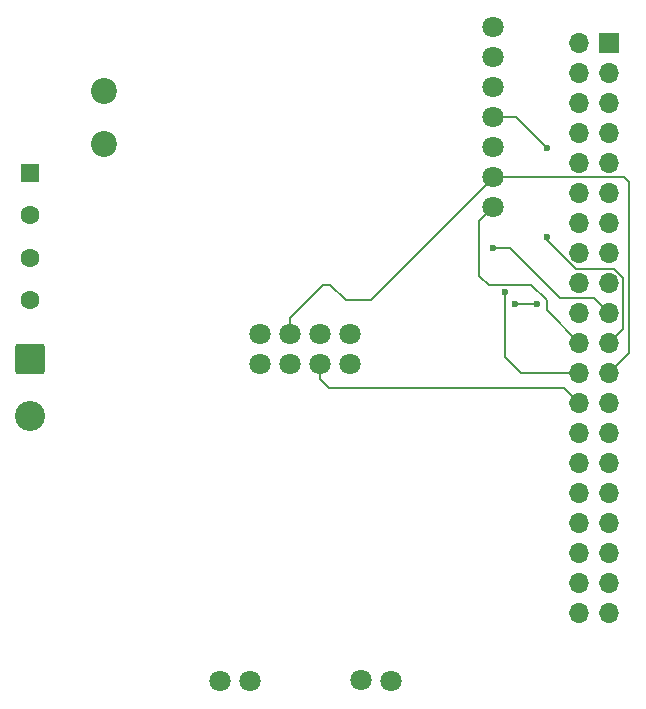
<source format=gbr>
%TF.GenerationSoftware,KiCad,Pcbnew,8.0.8-8.0.8-0~ubuntu24.04.1*%
%TF.CreationDate,2025-02-15T13:26:57-07:00*%
%TF.ProjectId,Main Computer,4d61696e-2043-46f6-9d70-757465722e6b,rev?*%
%TF.SameCoordinates,Original*%
%TF.FileFunction,Copper,L2,Bot*%
%TF.FilePolarity,Positive*%
%FSLAX46Y46*%
G04 Gerber Fmt 4.6, Leading zero omitted, Abs format (unit mm)*
G04 Created by KiCad (PCBNEW 8.0.8-8.0.8-0~ubuntu24.04.1) date 2025-02-15 13:26:57*
%MOMM*%
%LPD*%
G01*
G04 APERTURE LIST*
G04 Aperture macros list*
%AMRoundRect*
0 Rectangle with rounded corners*
0 $1 Rounding radius*
0 $2 $3 $4 $5 $6 $7 $8 $9 X,Y pos of 4 corners*
0 Add a 4 corners polygon primitive as box body*
4,1,4,$2,$3,$4,$5,$6,$7,$8,$9,$2,$3,0*
0 Add four circle primitives for the rounded corners*
1,1,$1+$1,$2,$3*
1,1,$1+$1,$4,$5*
1,1,$1+$1,$6,$7*
1,1,$1+$1,$8,$9*
0 Add four rect primitives between the rounded corners*
20,1,$1+$1,$2,$3,$4,$5,0*
20,1,$1+$1,$4,$5,$6,$7,0*
20,1,$1+$1,$6,$7,$8,$9,0*
20,1,$1+$1,$8,$9,$2,$3,0*%
G04 Aperture macros list end*
%TA.AperFunction,ComponentPad*%
%ADD10RoundRect,0.250000X-0.550000X0.550000X-0.550000X-0.550000X0.550000X-0.550000X0.550000X0.550000X0*%
%TD*%
%TA.AperFunction,ComponentPad*%
%ADD11C,1.600000*%
%TD*%
%TA.AperFunction,ComponentPad*%
%ADD12C,1.800000*%
%TD*%
%TA.AperFunction,ComponentPad*%
%ADD13C,2.200000*%
%TD*%
%TA.AperFunction,ComponentPad*%
%ADD14RoundRect,0.249999X-1.025001X1.025001X-1.025001X-1.025001X1.025001X-1.025001X1.025001X1.025001X0*%
%TD*%
%TA.AperFunction,ComponentPad*%
%ADD15C,2.550000*%
%TD*%
%TA.AperFunction,ComponentPad*%
%ADD16R,1.700000X1.700000*%
%TD*%
%TA.AperFunction,ComponentPad*%
%ADD17O,1.700000X1.700000*%
%TD*%
%TA.AperFunction,ViaPad*%
%ADD18C,0.600000*%
%TD*%
%TA.AperFunction,Conductor*%
%ADD19C,0.200000*%
%TD*%
G04 APERTURE END LIST*
D10*
%TO.P,J4,1,Pin_1*%
%TO.N,Low*%
X100300000Y-107700000D03*
D11*
%TO.P,J4,2,Pin_2*%
%TO.N,High*%
X100300000Y-111300000D03*
%TO.P,J4,3,Pin_3*%
%TO.N,Low*%
X100300000Y-114900000D03*
%TO.P,J4,4,Pin_4*%
%TO.N,High*%
X100300000Y-118500000D03*
%TD*%
D12*
%TO.P,UNIT_1,1,INT*%
%TO.N,INT*%
X139500000Y-110620000D03*
%TO.P,UNIT_1,2,SCK*%
%TO.N,SCK*%
X139500000Y-108080000D03*
%TO.P,UNIT_1,3,SI*%
%TO.N,SI*%
X139500000Y-105540000D03*
%TO.P,UNIT_1,4,SO*%
%TO.N,SO*%
X139500000Y-103000000D03*
%TO.P,UNIT_1,5,CS*%
%TO.N,CS*%
X139500000Y-100460000D03*
%TO.P,UNIT_1,6,GND*%
%TO.N,GND*%
X139500000Y-97920000D03*
%TO.P,UNIT_1,7,VCC*%
%TO.N,+5v*%
X139500000Y-95380000D03*
D13*
%TO.P,UNIT_1,8,High_CAN*%
%TO.N,High*%
X106560000Y-105250000D03*
%TO.P,UNIT_1,9,Low_CAN*%
%TO.N,Low*%
X106560000Y-100750000D03*
%TD*%
D12*
%TO.P,U2,1,GND*%
%TO.N,GND*%
X127380000Y-121315000D03*
%TO.P,U2,2,VCC*%
%TO.N,3V3*%
X127380000Y-123855000D03*
%TO.P,U2,3,CE*%
%TO.N,CE*%
X124840000Y-121315000D03*
%TO.P,U2,4,CSN*%
%TO.N,CSN*%
X124840000Y-123855000D03*
%TO.P,U2,5,SCK*%
%TO.N,SCK*%
X122300000Y-121315000D03*
%TO.P,U2,6,MOSI*%
%TO.N,SI*%
X122300000Y-123855000D03*
%TO.P,U2,7,MISO*%
%TO.N,SO*%
X119760000Y-121315000D03*
%TO.P,U2,8,IRQ*%
%TO.N,unconnected-(U2-IRQ-Pad8)*%
X119760000Y-123855000D03*
%TO.P,U2,9*%
%TO.N,N/C*%
X116330000Y-150705000D03*
X128320000Y-150645000D03*
%TO.P,U2,10*%
X118870000Y-150765000D03*
X130860000Y-150705000D03*
%TD*%
D14*
%TO.P,J3,1,Pin_1*%
%TO.N,+5v*%
X100300000Y-123500000D03*
D15*
%TO.P,J3,2,Pin_2*%
%TO.N,GND*%
X100300000Y-128300000D03*
%TD*%
D16*
%TO.P,J1,1,3V3*%
%TO.N,3V3*%
X149300000Y-96700000D03*
D17*
%TO.P,J1,2,5V*%
%TO.N,+5v*%
X146760000Y-96700000D03*
%TO.P,J1,3,GPIO_2*%
%TO.N,unconnected-(J1-GPIO_2-Pad3)*%
X149300000Y-99240000D03*
%TO.P,J1,4,5V*%
%TO.N,+5v*%
X146760000Y-99240000D03*
%TO.P,J1,5,GPIO_3*%
%TO.N,unconnected-(J1-GPIO_3-Pad5)*%
X149300000Y-101780000D03*
%TO.P,J1,6,GND*%
%TO.N,GND*%
X146760000Y-101780000D03*
%TO.P,J1,7,GPIO_4*%
%TO.N,unconnected-(J1-GPIO_4-Pad7)*%
X149300000Y-104320000D03*
%TO.P,J1,8,GPIO_14*%
%TO.N,unconnected-(J1-GPIO_14-Pad8)*%
X146760000Y-104320000D03*
%TO.P,J1,9,GND*%
%TO.N,GND*%
X149300000Y-106860000D03*
%TO.P,J1,10,GPIO_15*%
%TO.N,unconnected-(J1-GPIO_15-Pad10)*%
X146760000Y-106860000D03*
%TO.P,J1,11,GPIO_17*%
%TO.N,unconnected-(J1-GPIO_17-Pad11)*%
X149300000Y-109400000D03*
%TO.P,J1,12,GPIO_18*%
%TO.N,unconnected-(J1-GPIO_18-Pad12)*%
X146760000Y-109400000D03*
%TO.P,J1,13,GPIO_27*%
%TO.N,unconnected-(J1-GPIO_27-Pad13)*%
X149300000Y-111940000D03*
%TO.P,J1,14,GND*%
%TO.N,GND*%
X146760000Y-111940000D03*
%TO.P,J1,15,GPIO_22*%
%TO.N,CE*%
X149300000Y-114480000D03*
%TO.P,J1,16,GPIO_23*%
%TO.N,unconnected-(J1-GPIO_23-Pad16)*%
X146760000Y-114480000D03*
%TO.P,J1,17,3V3*%
%TO.N,unconnected-(J1-3V3-Pad17)*%
X149300000Y-117020000D03*
%TO.P,J1,18,GPIO_24*%
%TO.N,unconnected-(J1-GPIO_24-Pad18)*%
X146760000Y-117020000D03*
%TO.P,J1,19,GPIO_10*%
%TO.N,SI*%
X149300000Y-119560000D03*
%TO.P,J1,20,GND*%
%TO.N,GND*%
X146760000Y-119560000D03*
%TO.P,J1,21,GPIO_9*%
%TO.N,SO*%
X149300000Y-122100000D03*
%TO.P,J1,22,GPIO_25*%
%TO.N,INT*%
X146760000Y-122100000D03*
%TO.P,J1,23,GPIO_11*%
%TO.N,SCK*%
X149300000Y-124640000D03*
%TO.P,J1,24,GPIO_8*%
%TO.N,CS*%
X146760000Y-124640000D03*
%TO.P,J1,25,GND*%
%TO.N,GND*%
X149300000Y-127180000D03*
%TO.P,J1,26,GPIO_7*%
%TO.N,CSN*%
X146760000Y-127180000D03*
%TO.P,J1,27,GPIO_0*%
%TO.N,unconnected-(J1-GPIO_0-Pad27)*%
X149300000Y-129720000D03*
%TO.P,J1,28,GPIO_1*%
%TO.N,unconnected-(J1-GPIO_1-Pad28)*%
X146760000Y-129720000D03*
%TO.P,J1,29,GPIO_5*%
%TO.N,unconnected-(J1-GPIO_5-Pad29)*%
X149300000Y-132260000D03*
%TO.P,J1,30,GND*%
%TO.N,GND*%
X146760000Y-132260000D03*
%TO.P,J1,31,GPIO_6*%
%TO.N,unconnected-(J1-GPIO_6-Pad31)*%
X149300000Y-134800000D03*
%TO.P,J1,32,GPIO_12*%
%TO.N,unconnected-(J1-GPIO_12-Pad32)*%
X146760000Y-134800000D03*
%TO.P,J1,33,GPIO_13*%
%TO.N,unconnected-(J1-GPIO_13-Pad33)*%
X149300000Y-137340000D03*
%TO.P,J1,34,GND*%
%TO.N,GND*%
X146760000Y-137340000D03*
%TO.P,J1,35,GPIO_19*%
%TO.N,unconnected-(J1-GPIO_19-Pad35)*%
X149300000Y-139880000D03*
%TO.P,J1,36,GPIO_16*%
%TO.N,unconnected-(J1-GPIO_16-Pad36)*%
X146760000Y-139880000D03*
%TO.P,J1,37,GPIO_26*%
%TO.N,unconnected-(J1-GPIO_26-Pad37)*%
X149300000Y-142420000D03*
%TO.P,J1,38,GPIO_20*%
%TO.N,unconnected-(J1-GPIO_20-Pad38)*%
X146760000Y-142420000D03*
%TO.P,J1,39,GND*%
%TO.N,GND*%
X149300000Y-144960000D03*
%TO.P,J1,40,GPIO_21*%
%TO.N,unconnected-(J1-GPIO_21-Pad40)*%
X146760000Y-144960000D03*
%TD*%
D18*
%TO.N,CE*%
X143200000Y-118800000D03*
X141300000Y-118800000D03*
%TO.N,SO*%
X144000000Y-113100000D03*
X144000000Y-105600000D03*
%TO.N,SI*%
X139500000Y-114100000D03*
%TO.N,CS*%
X140500000Y-117800000D03*
%TD*%
D19*
%TO.N,INT*%
X138300000Y-116400000D02*
X138300000Y-111820000D01*
X139100000Y-117200000D02*
X138300000Y-116400000D01*
X144000000Y-119340000D02*
X144000000Y-118500000D01*
X142700000Y-117200000D02*
X139100000Y-117200000D01*
X138300000Y-111820000D02*
X139500000Y-110620000D01*
X144000000Y-118500000D02*
X142700000Y-117200000D01*
X146760000Y-122100000D02*
X144000000Y-119340000D01*
%TO.N,CE*%
X143200000Y-118800000D02*
X141300000Y-118800000D01*
%TO.N,CSN*%
X145480000Y-125900000D02*
X146760000Y-127180000D01*
X124840000Y-125140000D02*
X125600000Y-125900000D01*
X124840000Y-123855000D02*
X124840000Y-125140000D01*
X125600000Y-125900000D02*
X145480000Y-125900000D01*
%TO.N,SO*%
X146453654Y-115800000D02*
X149706346Y-115800000D01*
X149706346Y-115800000D02*
X150500000Y-116593654D01*
X139500000Y-103000000D02*
X141400000Y-103000000D01*
X150500000Y-116593654D02*
X150500000Y-120900000D01*
X144000000Y-113100000D02*
X144000000Y-113346346D01*
X150500000Y-120900000D02*
X149300000Y-122100000D01*
X141400000Y-103000000D02*
X144000000Y-105600000D01*
X144000000Y-113346346D02*
X146453654Y-115800000D01*
%TO.N,SCK*%
X125000000Y-117300000D02*
X125000000Y-117200000D01*
X151001428Y-108501428D02*
X151001428Y-122938572D01*
X129100000Y-118500000D02*
X139500000Y-108100000D01*
X122300000Y-121315000D02*
X122300000Y-120000000D01*
X151001428Y-122938572D02*
X149300000Y-124640000D01*
X125700000Y-117200000D02*
X127000000Y-118500000D01*
X150580000Y-108080000D02*
X151001428Y-108501428D01*
X122300000Y-120000000D02*
X125000000Y-117300000D01*
X127000000Y-118500000D02*
X129100000Y-118500000D01*
X125000000Y-117200000D02*
X125700000Y-117200000D01*
X139500000Y-108080000D02*
X150580000Y-108080000D01*
X139500000Y-108100000D02*
X139500000Y-108080000D01*
%TO.N,SI*%
X149300000Y-119560000D02*
X148040000Y-118300000D01*
X148040000Y-118300000D02*
X145100000Y-118300000D01*
X140900000Y-114100000D02*
X139500000Y-114100000D01*
X145100000Y-118300000D02*
X140900000Y-114100000D01*
%TO.N,CS*%
X141840000Y-124640000D02*
X140500000Y-123300000D01*
X146760000Y-124640000D02*
X141840000Y-124640000D01*
X140500000Y-123300000D02*
X140500000Y-117800000D01*
%TD*%
M02*

</source>
